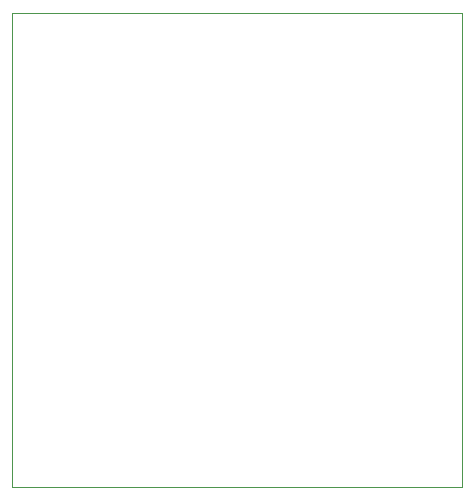
<source format=gbr>
G04 (created by PCBNEW (2013-may-18)-stable) date Fri 29 Jul 2016 08:50:58 PM PDT*
%MOIN*%
G04 Gerber Fmt 3.4, Leading zero omitted, Abs format*
%FSLAX34Y34*%
G01*
G70*
G90*
G04 APERTURE LIST*
%ADD10C,0.00590551*%
%ADD11C,0.00393701*%
G04 APERTURE END LIST*
G54D10*
G54D11*
X47500Y-18700D02*
X47500Y-19500D01*
X32500Y-18700D02*
X47500Y-18700D01*
X32500Y-19500D02*
X32500Y-18700D01*
X47500Y-34500D02*
X42500Y-34500D01*
X47500Y-19500D02*
X47500Y-34500D01*
X32500Y-34500D02*
X42500Y-34500D01*
X32500Y-19500D02*
X32500Y-34500D01*
M02*

</source>
